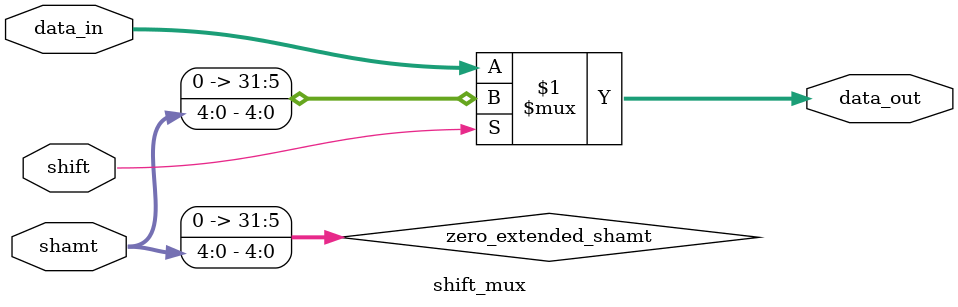
<source format=v>
module shift_mux (
    input wire [31:0] data_in,  // 32 Î»ÊäÈëÊý¾Ý
    input wire [4:0] shamt,     // 5 Î»ÒÆÎ»Á¿
    input wire shift,           // 0: Ö±½Ó´«Êä data_in, 1: Êä³öÎª shamt
    output wire [31:0] data_out // 32 Î»Êä³ö
);

// ½« shamt À©Õ¹Îª 32 Î»£¨ÁãÀ©Õ¹£©
wire [31:0] zero_extended_shamt = {27'b0, shamt};

// ¶àÂ·Ñ¡ÔñÆ÷
assign data_out = shift ? zero_extended_shamt : data_in;

endmodule
</source>
